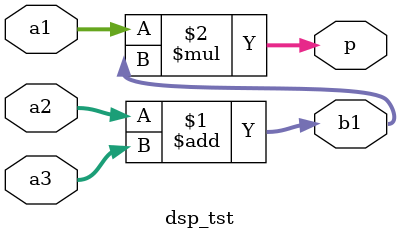
<source format=v>
module dsp_tst (a1, a2, a3, b1, p);

input [14:0]  a1;
input [15:0] a2, a3;
output [15:0] b1;
output [30:0] p;

assign b1 = a2 + a3;
assign p =  a1*b1;

endmodule
</source>
